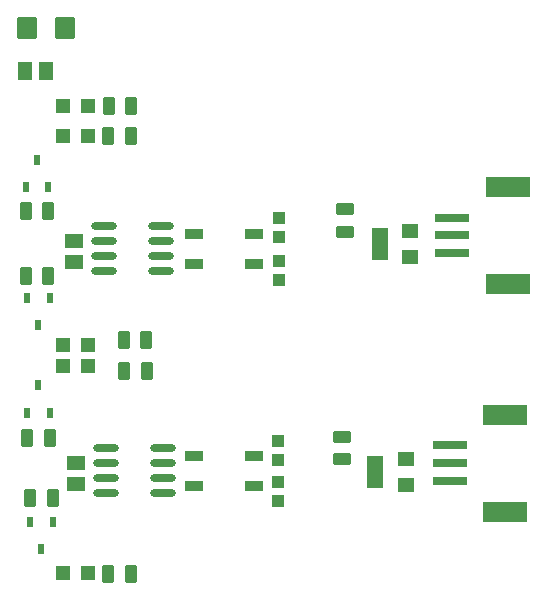
<source format=gtp>
G04*
G04 #@! TF.GenerationSoftware,Altium Limited,Altium Designer,19.1.7 (138)*
G04*
G04 Layer_Color=8421504*
%FSAX25Y25*%
%MOIN*%
G70*
G01*
G75*
%ADD14R,0.14961X0.07087*%
%ADD15R,0.11417X0.03150*%
%ADD16R,0.05906X0.03347*%
G04:AMPARAMS|DCode=17|XSize=74.8mil|YSize=68.9mil|CornerRadius=6.89mil|HoleSize=0mil|Usage=FLASHONLY|Rotation=270.000|XOffset=0mil|YOffset=0mil|HoleType=Round|Shape=RoundedRectangle|*
%AMROUNDEDRECTD17*
21,1,0.07480,0.05512,0,0,270.0*
21,1,0.06102,0.06890,0,0,270.0*
1,1,0.01378,-0.02756,-0.03051*
1,1,0.01378,-0.02756,0.03051*
1,1,0.01378,0.02756,0.03051*
1,1,0.01378,0.02756,-0.03051*
%
%ADD17ROUNDEDRECTD17*%
G04:AMPARAMS|DCode=18|XSize=43.31mil|YSize=39.37mil|CornerRadius=3.94mil|HoleSize=0mil|Usage=FLASHONLY|Rotation=180.000|XOffset=0mil|YOffset=0mil|HoleType=Round|Shape=RoundedRectangle|*
%AMROUNDEDRECTD18*
21,1,0.04331,0.03150,0,0,180.0*
21,1,0.03543,0.03937,0,0,180.0*
1,1,0.00787,-0.01772,0.01575*
1,1,0.00787,0.01772,0.01575*
1,1,0.00787,0.01772,-0.01575*
1,1,0.00787,-0.01772,-0.01575*
%
%ADD18ROUNDEDRECTD18*%
%ADD19R,0.05512X0.04724*%
%ADD20R,0.05512X0.11024*%
G04:AMPARAMS|DCode=21|XSize=41.34mil|YSize=59.06mil|CornerRadius=4.13mil|HoleSize=0mil|Usage=FLASHONLY|Rotation=90.000|XOffset=0mil|YOffset=0mil|HoleType=Round|Shape=RoundedRectangle|*
%AMROUNDEDRECTD21*
21,1,0.04134,0.05079,0,0,90.0*
21,1,0.03307,0.05906,0,0,90.0*
1,1,0.00827,0.02539,0.01654*
1,1,0.00827,0.02539,-0.01654*
1,1,0.00827,-0.02539,-0.01654*
1,1,0.00827,-0.02539,0.01654*
%
%ADD21ROUNDEDRECTD21*%
G04:AMPARAMS|DCode=22|XSize=41.34mil|YSize=59.06mil|CornerRadius=4.13mil|HoleSize=0mil|Usage=FLASHONLY|Rotation=0.000|XOffset=0mil|YOffset=0mil|HoleType=Round|Shape=RoundedRectangle|*
%AMROUNDEDRECTD22*
21,1,0.04134,0.05079,0,0,0.0*
21,1,0.03307,0.05906,0,0,0.0*
1,1,0.00827,0.01654,-0.02539*
1,1,0.00827,-0.01654,-0.02539*
1,1,0.00827,-0.01654,0.02539*
1,1,0.00827,0.01654,0.02539*
%
%ADD22ROUNDEDRECTD22*%
%ADD23R,0.04724X0.04724*%
G04:AMPARAMS|DCode=24|XSize=49.21mil|YSize=62.99mil|CornerRadius=4.92mil|HoleSize=0mil|Usage=FLASHONLY|Rotation=270.000|XOffset=0mil|YOffset=0mil|HoleType=Round|Shape=RoundedRectangle|*
%AMROUNDEDRECTD24*
21,1,0.04921,0.05315,0,0,270.0*
21,1,0.03937,0.06299,0,0,270.0*
1,1,0.00984,-0.02657,-0.01968*
1,1,0.00984,-0.02657,0.01968*
1,1,0.00984,0.02657,0.01968*
1,1,0.00984,0.02657,-0.01968*
%
%ADD24ROUNDEDRECTD24*%
%ADD25O,0.08661X0.02362*%
%ADD26R,0.02362X0.03543*%
G04:AMPARAMS|DCode=27|XSize=49.21mil|YSize=62.99mil|CornerRadius=4.92mil|HoleSize=0mil|Usage=FLASHONLY|Rotation=180.000|XOffset=0mil|YOffset=0mil|HoleType=Round|Shape=RoundedRectangle|*
%AMROUNDEDRECTD27*
21,1,0.04921,0.05315,0,0,180.0*
21,1,0.03937,0.06299,0,0,180.0*
1,1,0.00984,-0.01968,0.02657*
1,1,0.00984,0.01968,0.02657*
1,1,0.00984,0.01968,-0.02657*
1,1,0.00984,-0.01968,-0.02657*
%
%ADD27ROUNDEDRECTD27*%
D14*
X0250704Y0077164D02*
D03*
Y0109447D02*
D03*
X0251504Y0153058D02*
D03*
Y0185342D02*
D03*
D15*
X0232200Y0099211D02*
D03*
Y0093305D02*
D03*
Y0087400D02*
D03*
X0233000Y0175106D02*
D03*
Y0169200D02*
D03*
Y0163294D02*
D03*
D16*
X0147061Y0169660D02*
D03*
X0167139D02*
D03*
Y0159817D02*
D03*
X0147061D02*
D03*
Y0095660D02*
D03*
X0167139D02*
D03*
Y0085817D02*
D03*
X0147061D02*
D03*
D17*
X0103879Y0238289D02*
D03*
X0091280D02*
D03*
D18*
X0175000Y0086950D02*
D03*
Y0094250D02*
D03*
X0175200Y0160750D02*
D03*
Y0168650D02*
D03*
X0175000Y0080650D02*
D03*
Y0100550D02*
D03*
X0175200Y0174950D02*
D03*
Y0154450D02*
D03*
D19*
X0217618Y0086108D02*
D03*
Y0094769D02*
D03*
X0219118Y0161929D02*
D03*
Y0170590D02*
D03*
D20*
X0207382Y0090439D02*
D03*
X0208882Y0166260D02*
D03*
D21*
X0196400Y0094640D02*
D03*
X0197400Y0170440D02*
D03*
X0196400Y0102160D02*
D03*
X0197400Y0177960D02*
D03*
D22*
X0125939Y0056489D02*
D03*
X0118420D02*
D03*
X0131260Y0124039D02*
D03*
X0123740D02*
D03*
X0126114Y0212389D02*
D03*
X0118595D02*
D03*
X0131060Y0134439D02*
D03*
X0123540D02*
D03*
X0125874Y0202389D02*
D03*
X0118354D02*
D03*
X0092340Y0081739D02*
D03*
X0099860D02*
D03*
X0098860Y0101739D02*
D03*
X0091340D02*
D03*
X0090840Y0155739D02*
D03*
X0098360D02*
D03*
Y0177239D02*
D03*
X0090840D02*
D03*
D23*
X0103354Y0056589D02*
D03*
X0111622D02*
D03*
X0103354Y0212389D02*
D03*
X0111622D02*
D03*
X0103354Y0202389D02*
D03*
X0111622D02*
D03*
X0103354Y0125539D02*
D03*
X0111622D02*
D03*
X0103354Y0132539D02*
D03*
X0111622D02*
D03*
D24*
X0107600Y0093239D02*
D03*
Y0086191D02*
D03*
X0107100Y0167262D02*
D03*
Y0160215D02*
D03*
D25*
X0117651Y0098239D02*
D03*
Y0093239D02*
D03*
Y0088239D02*
D03*
Y0083239D02*
D03*
X0136549Y0098239D02*
D03*
Y0093239D02*
D03*
Y0088239D02*
D03*
Y0083239D02*
D03*
X0117151Y0172239D02*
D03*
Y0167239D02*
D03*
Y0162239D02*
D03*
Y0157239D02*
D03*
X0136049Y0172239D02*
D03*
Y0167239D02*
D03*
Y0162239D02*
D03*
Y0157239D02*
D03*
D26*
X0091360Y0110184D02*
D03*
X0098840D02*
D03*
X0095100Y0119239D02*
D03*
X0099840Y0073766D02*
D03*
X0092360D02*
D03*
X0096100Y0064711D02*
D03*
X0098840Y0148266D02*
D03*
X0091360D02*
D03*
X0095100Y0139211D02*
D03*
X0090860Y0185211D02*
D03*
X0098340D02*
D03*
X0094600Y0194266D02*
D03*
D27*
X0090600Y0224039D02*
D03*
X0097647D02*
D03*
M02*

</source>
